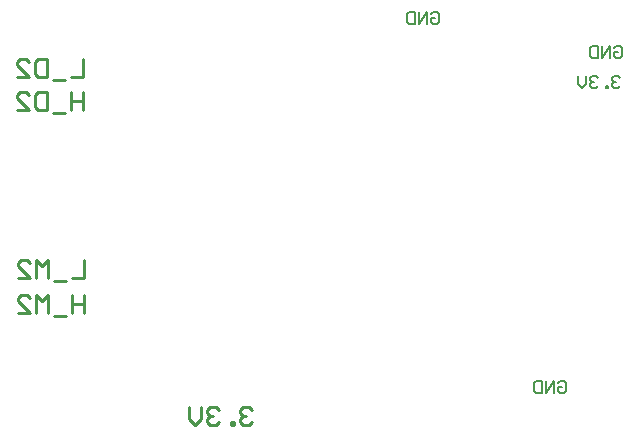
<source format=gbr>
%TF.GenerationSoftware,Altium Limited,Altium Designer,25.2.1 (25)*%
G04 Layer_Color=32896*
%FSLAX45Y45*%
%MOMM*%
%TF.SameCoordinates,7DD24991-B9EC-4422-9666-2EE5E17A6B38*%
%TF.FilePolarity,Positive*%
%TF.FileFunction,Legend,Bot*%
%TF.Part,Single*%
G01*
G75*
%TA.AperFunction,NonConductor*%
%ADD30C,0.20320*%
%ADD31C,0.25400*%
D30*
X5364480Y5794559D02*
X5347552Y5811487D01*
X5313697D01*
X5296769Y5794559D01*
Y5777631D01*
X5313697Y5760703D01*
X5330624D01*
X5313697D01*
X5296769Y5743776D01*
Y5726848D01*
X5313697Y5709920D01*
X5347552D01*
X5364480Y5726848D01*
X5262913Y5709920D02*
Y5726848D01*
X5245985D01*
Y5709920D01*
X5262913D01*
X5178273Y5794559D02*
X5161346Y5811487D01*
X5127490D01*
X5110562Y5794559D01*
Y5777631D01*
X5127490Y5760703D01*
X5144418D01*
X5127490D01*
X5110562Y5743776D01*
Y5726848D01*
X5127490Y5709920D01*
X5161346D01*
X5178273Y5726848D01*
X5076706Y5811487D02*
Y5743776D01*
X5042850Y5709920D01*
X5008995Y5743776D01*
Y5811487D01*
X4839569Y3216459D02*
X4856497Y3233387D01*
X4890352D01*
X4907280Y3216459D01*
Y3148748D01*
X4890352Y3131820D01*
X4856497D01*
X4839569Y3148748D01*
Y3182603D01*
X4873424D01*
X4805713Y3131820D02*
Y3233387D01*
X4738001Y3131820D01*
Y3233387D01*
X4704146D02*
Y3131820D01*
X4653362D01*
X4636434Y3148748D01*
Y3216459D01*
X4653362Y3233387D01*
X4704146D01*
X5309469Y6048559D02*
X5326397Y6065487D01*
X5360252D01*
X5377180Y6048559D01*
Y5980848D01*
X5360252Y5963920D01*
X5326397D01*
X5309469Y5980848D01*
Y6014703D01*
X5343324D01*
X5275613Y5963920D02*
Y6065487D01*
X5207901Y5963920D01*
Y6065487D01*
X5174046D02*
Y5963920D01*
X5123262D01*
X5106334Y5980848D01*
Y6048559D01*
X5123262Y6065487D01*
X5174046D01*
X3760069Y6340659D02*
X3776997Y6357587D01*
X3810852D01*
X3827780Y6340659D01*
Y6272948D01*
X3810852Y6256020D01*
X3776997D01*
X3760069Y6272948D01*
Y6306803D01*
X3793924D01*
X3726213Y6256020D02*
Y6357587D01*
X3658501Y6256020D01*
Y6357587D01*
X3624646D02*
Y6256020D01*
X3573862D01*
X3556934Y6272948D01*
Y6340659D01*
X3573862Y6357587D01*
X3624646D01*
D31*
X825500Y3962343D02*
Y3809992D01*
Y3886167D01*
X723933D01*
Y3962343D01*
Y3809992D01*
X673149Y3784600D02*
X571582D01*
X520799Y3809992D02*
Y3962343D01*
X470015Y3911559D01*
X419231Y3962343D01*
Y3809992D01*
X266881D02*
X368448D01*
X266881Y3911559D01*
Y3936951D01*
X292272Y3962343D01*
X343056D01*
X368448Y3936951D01*
X825500Y4254443D02*
Y4102092D01*
X723933D01*
X673149Y4076700D02*
X571582D01*
X520799Y4102092D02*
Y4254443D01*
X470015Y4203659D01*
X419231Y4254443D01*
Y4102092D01*
X266881D02*
X368448D01*
X266881Y4203659D01*
Y4229051D01*
X292272Y4254443D01*
X343056D01*
X368448Y4229051D01*
X812800Y5676843D02*
Y5524492D01*
Y5600667D01*
X711233D01*
Y5676843D01*
Y5524492D01*
X660449Y5499100D02*
X558882D01*
X508099Y5676843D02*
Y5524492D01*
X431923D01*
X406531Y5549884D01*
Y5651451D01*
X431923Y5676843D01*
X508099D01*
X254181Y5524492D02*
X355748D01*
X254181Y5626059D01*
Y5651451D01*
X279572Y5676843D01*
X330356D01*
X355748Y5651451D01*
X812800Y5956243D02*
Y5803892D01*
X711233D01*
X660449Y5778500D02*
X558882D01*
X508099Y5956243D02*
Y5803892D01*
X431923D01*
X406531Y5829284D01*
Y5930851D01*
X431923Y5956243D01*
X508099D01*
X254181Y5803892D02*
X355748D01*
X254181Y5905459D01*
Y5930851D01*
X279572Y5956243D01*
X330356D01*
X355748Y5930851D01*
X2247900Y2984459D02*
X2222508Y3009851D01*
X2171725D01*
X2146333Y2984459D01*
Y2959067D01*
X2171725Y2933675D01*
X2197117D01*
X2171725D01*
X2146333Y2908283D01*
Y2882892D01*
X2171725Y2857500D01*
X2222508D01*
X2247900Y2882892D01*
X2095549Y2857500D02*
Y2882892D01*
X2070157D01*
Y2857500D01*
X2095549D01*
X1968590Y2984459D02*
X1943199Y3009851D01*
X1892415D01*
X1867023Y2984459D01*
Y2959067D01*
X1892415Y2933675D01*
X1917807D01*
X1892415D01*
X1867023Y2908283D01*
Y2882892D01*
X1892415Y2857500D01*
X1943199D01*
X1968590Y2882892D01*
X1816240Y3009851D02*
Y2908283D01*
X1765456Y2857500D01*
X1714672Y2908283D01*
Y3009851D01*
%TF.MD5,6e4983c06d5c6210d69250cbecb8fad8*%
M02*

</source>
